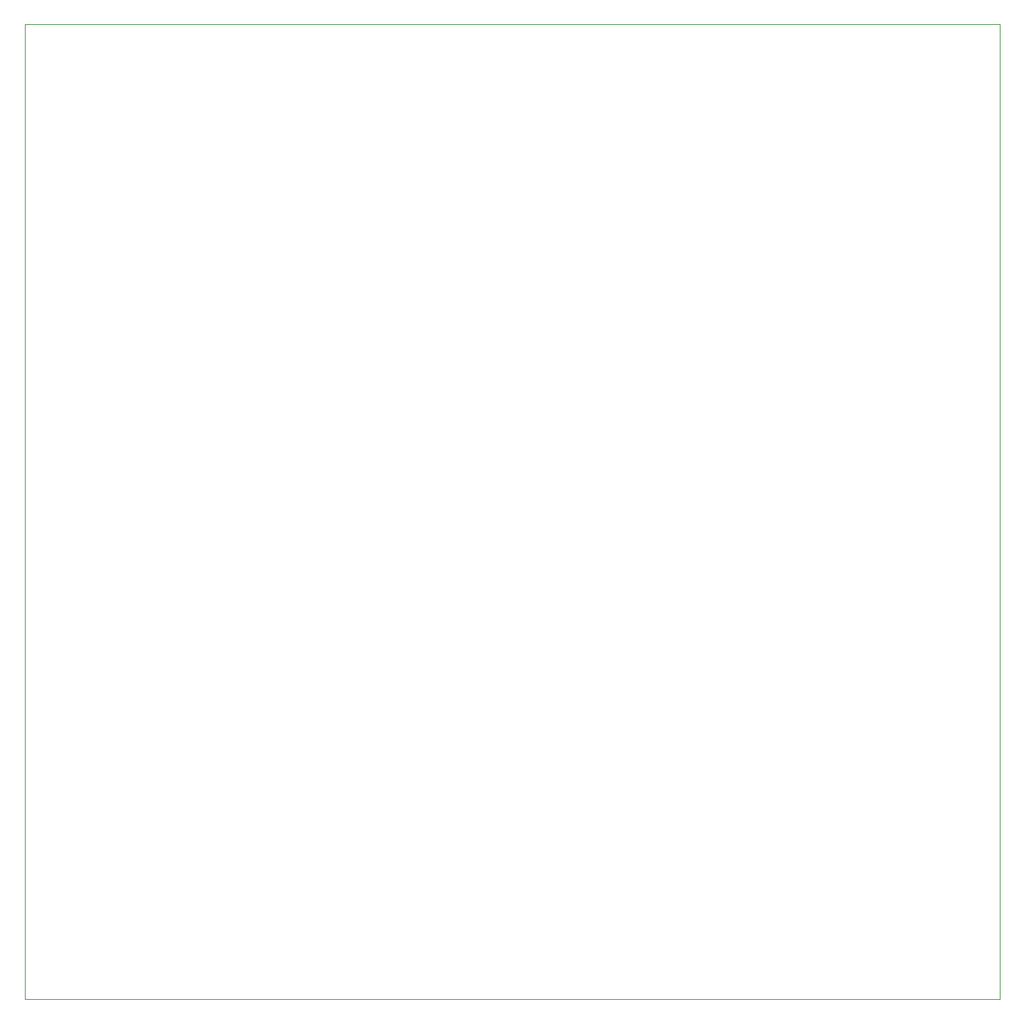
<source format=gm1>
%TF.GenerationSoftware,KiCad,Pcbnew,5.1.6*%
%TF.CreationDate,2020-06-23T23:05:21+02:00*%
%TF.ProjectId,NeonMatrix,4e656f6e-4d61-4747-9269-782e6b696361,rev?*%
%TF.SameCoordinates,Original*%
%TF.FileFunction,Profile,NP*%
%FSLAX46Y46*%
G04 Gerber Fmt 4.6, Leading zero omitted, Abs format (unit mm)*
G04 Created by KiCad (PCBNEW 5.1.6) date 2020-06-23 23:05:21*
%MOMM*%
%LPD*%
G01*
G04 APERTURE LIST*
%TA.AperFunction,Profile*%
%ADD10C,0.050000*%
%TD*%
G04 APERTURE END LIST*
D10*
X148000000Y-146980000D02*
X264000000Y-146980000D01*
X148000000Y-30980000D02*
X148000000Y-146980000D01*
X264000000Y-30980000D02*
X264000000Y-146980000D01*
X148000000Y-30980000D02*
X264000000Y-30980000D01*
M02*

</source>
